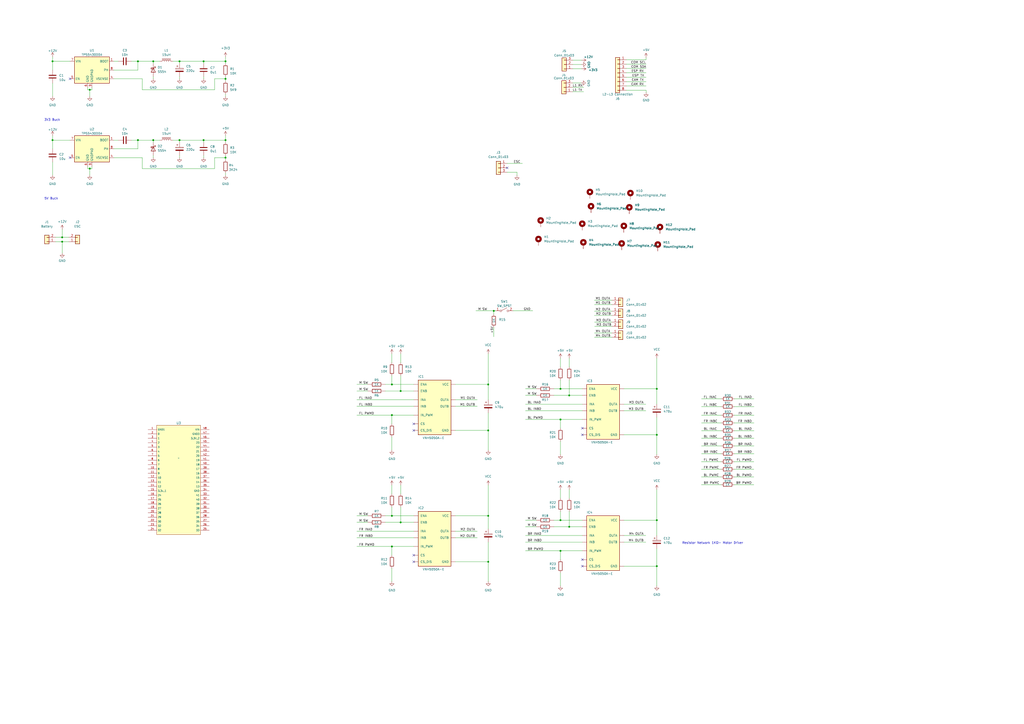
<source format=kicad_sch>
(kicad_sch (version 20230121) (generator eeschema)
  (paper "A2")
  (title_block (company "Sentinels Robotics"))
  (junction (at 130.81 81.28))
  (junction (at 88.9 81.28))
  (junction (at 381 328.422))
  (junction (at 381 225.552))
  (junction (at 36.068 137.668))
  (junction (at 88.9 35.56))
  (junction (at 381 301.752))
  (junction (at 283.21 249.682))
  (junction (at 286.439 180.3278))
  (junction (at 104.14 35.56))
  (junction (at 330.2 229.362))
  (junction (at 227.33 316.992))
  (junction (at 232.41 303.022))
  (junction (at 130.81 35.56))
  (junction (at 325.12 225.552))
  (junction (at 30.48 35.56))
  (junction (at 30.48 81.28))
  (junction (at 381 252.222))
  (junction (at 325.12 319.532))
  (junction (at 130.81 45.72))
  (junction (at 52.07 52.07))
  (junction (at 283.21 299.212))
  (junction (at 130.81 91.44))
  (junction (at 52.07 97.79))
  (junction (at 330.2 305.562))
  (junction (at 227.33 223.012))
  (junction (at 283.21 325.882))
  (junction (at 227.33 240.792))
  (junction (at 325.12 301.752))
  (junction (at 325.12 243.332))
  (junction (at 36.068 140.208))
  (junction (at 227.33 299.212))
  (junction (at 80.01 81.28))
  (junction (at 283.21 223.012))
  (junction (at 118.11 81.28))
  (junction (at 118.11 35.56))
  (junction (at 104.14 81.28))
  (junction (at 80.01 35.56))
  (junction (at 232.41 226.822))
  (no_connect (at 294.1832 97.3708))
  (no_connect (at 240.03 322.072))
  (no_connect (at 337.82 328.422))
  (no_connect (at 40.64 45.72))
  (no_connect (at 337.82 252.222))
  (no_connect (at 240.03 325.882))
  (no_connect (at 240.03 245.872))
  (no_connect (at 240.03 249.682))
  (no_connect (at 337.82 324.612))
  (no_connect (at 40.64 91.44))
  (no_connect (at 337.82 248.412))
  (wire (pts (xy 104.14 44.45) (xy 104.14 45.72)))
  (wire (pts (xy 344.8011 183.007) (xy 354.965 183.007)))
  (wire (pts (xy 264.16 231.902) (xy 276.86 231.902)))
  (wire (pts (xy 30.48 93.98) (xy 30.48 101.6)))
  (wire (pts (xy 325.12 319.532) (xy 337.82 319.532)))
  (wire (pts (xy 283.21 299.212) (xy 283.21 306.832)))
  (wire (pts (xy 36.068 140.208) (xy 36.068 146.812)))
  (wire (pts (xy 36.068 133.096) (xy 36.068 137.668)))
  (wire (pts (xy 354.965 180.467) (xy 344.7857 180.467)))
  (wire (pts (xy 381 242.062) (xy 381 252.222)))
  (wire (pts (xy 118.11 81.28) (xy 118.11 82.55)))
  (wire (pts (xy 374.7472 34.6355) (xy 363.3511 34.6355)))
  (wire (pts (xy 30.48 81.28) (xy 30.48 86.36)))
  (wire (pts (xy 374.7811 47.3355) (xy 363.3511 47.3355)))
  (wire (pts (xy 406.9086 235.8354) (xy 418.3386 235.8354)))
  (wire (pts (xy 344.805 176.657) (xy 354.965 176.657)))
  (wire (pts (xy 50.8 97.79) (xy 52.07 97.79)))
  (wire (pts (xy 325.12 225.552) (xy 337.82 225.552)))
  (wire (pts (xy 52.07 55.88) (xy 52.07 52.07)))
  (wire (pts (xy 53.34 97.79) (xy 52.07 97.79)))
  (wire (pts (xy 264.16 249.682) (xy 283.21 249.682)))
  (wire (pts (xy 130.81 78.74) (xy 130.81 81.28)))
  (wire (pts (xy 406.8401 267.7839) (xy 418.2701 267.7839)))
  (wire (pts (xy 374.7811 37.1755) (xy 363.3511 37.1755)))
  (wire (pts (xy 406.8401 272.2289) (xy 418.2701 272.2289)))
  (wire (pts (xy 232.41 205.232) (xy 232.41 210.312)))
  (wire (pts (xy 325.12 243.332) (xy 325.12 248.412)))
  (wire (pts (xy 381 283.972) (xy 381 301.752)))
  (wire (pts (xy 332.3403 37.411) (xy 337.2208 37.411)))
  (wire (pts (xy 88.9 81.28) (xy 88.9 82.55)))
  (wire (pts (xy 406.8401 276.6739) (xy 418.2701 276.6739)))
  (wire (pts (xy 437.3201 281.1189) (xy 425.8901 281.1189)))
  (wire (pts (xy 36.068 140.208) (xy 39.878 140.208)))
  (wire (pts (xy 227.33 217.932) (xy 227.33 223.012)))
  (wire (pts (xy 363.3511 52.4155) (xy 374.7811 52.4155)))
  (wire (pts (xy 227.33 240.792) (xy 240.03 240.792)))
  (wire (pts (xy 130.81 100.33) (xy 130.81 101.6)))
  (wire (pts (xy 66.04 45.72) (xy 82.55 45.72)))
  (wire (pts (xy 66.04 40.64) (xy 80.01 40.64)))
  (wire (pts (xy 130.81 44.45) (xy 130.81 45.72)))
  (wire (pts (xy 232.41 294.132) (xy 232.41 303.022)))
  (wire (pts (xy 304.8 314.452) (xy 337.82 314.452)))
  (wire (pts (xy 124.46 45.72) (xy 130.81 45.72)))
  (wire (pts (xy 297.6393 180.3278) (xy 309.0693 180.3278)))
  (wire (pts (xy 82.55 91.44) (xy 82.55 97.79)))
  (wire (pts (xy 330.2 207.772) (xy 330.2 212.852)))
  (wire (pts (xy 53.34 50.8) (xy 53.34 52.07)))
  (wire (pts (xy 207.01 235.712) (xy 240.03 235.712)))
  (wire (pts (xy 66.04 86.36) (xy 80.01 86.36)))
  (wire (pts (xy 381 225.552) (xy 381 234.442)))
  (wire (pts (xy 283.21 281.432) (xy 283.21 299.212)))
  (wire (pts (xy 207.01 231.902) (xy 240.03 231.902)))
  (wire (pts (xy 104.14 81.28) (xy 118.11 81.28)))
  (wire (pts (xy 207.01 226.822) (xy 213.36 226.822)))
  (wire (pts (xy 304.8 243.332) (xy 325.12 243.332)))
  (wire (pts (xy 361.95 252.222) (xy 381 252.222)))
  (wire (pts (xy 437.3886 254.2504) (xy 425.9586 254.2504)))
  (wire (pts (xy 82.55 97.79) (xy 124.46 97.79)))
  (wire (pts (xy 283.21 223.012) (xy 283.21 231.902)))
  (wire (pts (xy 354.965 189.357) (xy 344.9183 189.357)))
  (wire (pts (xy 50.8 52.07) (xy 52.07 52.07)))
  (wire (pts (xy 53.34 96.52) (xy 53.34 97.79)))
  (wire (pts (xy 76.2 35.56) (xy 80.01 35.56)))
  (wire (pts (xy 381 301.752) (xy 381 310.642)))
  (wire (pts (xy 283.21 205.232) (xy 283.21 223.012)))
  (wire (pts (xy 130.81 54.61) (xy 130.81 55.88)))
  (wire (pts (xy 325.12 207.772) (xy 325.12 212.852)))
  (wire (pts (xy 304.8 229.362) (xy 311.15 229.362)))
  (wire (pts (xy 374.7811 52.4155) (xy 374.7811 53.6855)))
  (wire (pts (xy 286.4381 193.3172) (xy 286.439 195.3528)))
  (wire (pts (xy 104.14 90.17) (xy 104.14 91.44)))
  (wire (pts (xy 130.81 45.72) (xy 130.81 46.99)))
  (wire (pts (xy 283.21 314.452) (xy 283.21 325.882)))
  (wire (pts (xy 332.1852 48.1223) (xy 337.0657 48.1223)))
  (wire (pts (xy 330.2 296.672) (xy 330.2 305.562)))
  (wire (pts (xy 330.2 283.972) (xy 330.2 289.052)))
  (wire (pts (xy 321.31 305.562) (xy 330.2 305.562)))
  (wire (pts (xy 286.439 189.8429) (xy 286.4381 193.3172)))
  (wire (pts (xy 406.9086 231.3904) (xy 418.3386 231.3904)))
  (wire (pts (xy 130.81 35.56) (xy 130.81 36.83)))
  (wire (pts (xy 304.8 310.642) (xy 337.82 310.642)))
  (wire (pts (xy 207.01 311.912) (xy 240.03 311.912)))
  (wire (pts (xy 325.12 301.752) (xy 337.82 301.752)))
  (wire (pts (xy 227.33 329.692) (xy 227.33 337.312)))
  (wire (pts (xy 227.33 299.212) (xy 240.03 299.212)))
  (wire (pts (xy 330.2 220.472) (xy 330.2 229.362)))
  (wire (pts (xy 104.14 35.56) (xy 118.11 35.56)))
  (wire (pts (xy 66.04 35.56) (xy 68.58 35.56)))
  (wire (pts (xy 374.7811 49.8755) (xy 363.3511 49.8755)))
  (wire (pts (xy 299.8982 99.9108) (xy 294.1832 99.9108)))
  (wire (pts (xy 88.9 81.28) (xy 92.71 81.28)))
  (wire (pts (xy 66.04 81.28) (xy 68.58 81.28)))
  (wire (pts (xy 437.3201 272.2289) (xy 425.8901 272.2289)))
  (wire (pts (xy 437.3886 235.8354) (xy 425.9586 235.8354)))
  (wire (pts (xy 232.41 226.822) (xy 240.03 226.822)))
  (wire (pts (xy 227.33 205.232) (xy 227.33 210.312)))
  (wire (pts (xy 283.21 239.522) (xy 283.21 249.682)))
  (wire (pts (xy 344.8011 183.007) (xy 344.8011 183.0077)))
  (wire (pts (xy 82.55 45.72) (xy 82.55 52.07)))
  (wire (pts (xy 325.12 319.532) (xy 325.12 324.612)))
  (wire (pts (xy 50.8 96.52) (xy 50.8 97.79)))
  (wire (pts (xy 100.33 81.28) (xy 104.14 81.28)))
  (wire (pts (xy 100.33 35.56) (xy 104.14 35.56)))
  (wire (pts (xy 30.48 81.28) (xy 30.48 78.74)))
  (wire (pts (xy 118.11 81.28) (xy 130.81 81.28)))
  (wire (pts (xy 227.33 240.792) (xy 227.33 245.872)))
  (wire (pts (xy 325.12 283.972) (xy 325.12 289.052)))
  (wire (pts (xy 264.16 299.212) (xy 283.21 299.212)))
  (wire (pts (xy 66.04 91.44) (xy 82.55 91.44)))
  (wire (pts (xy 344.805 195.707) (xy 354.965 195.707)))
  (wire (pts (xy 325.12 243.332) (xy 337.82 243.332)))
  (wire (pts (xy 406.8401 281.1189) (xy 418.2701 281.1189)))
  (wire (pts (xy 30.48 35.56) (xy 30.48 33.02)))
  (wire (pts (xy 406.9086 263.1404) (xy 418.3386 263.1404)))
  (wire (pts (xy 104.14 35.56) (xy 104.14 36.83)))
  (wire (pts (xy 437.3886 245.3604) (xy 425.9586 245.3604)))
  (wire (pts (xy 361.95 234.442) (xy 374.65 234.442)))
  (wire (pts (xy 330.2 305.562) (xy 337.82 305.562)))
  (wire (pts (xy 437.3201 276.6739) (xy 425.8901 276.6739)))
  (wire (pts (xy 223.52 299.212) (xy 227.33 299.212)))
  (wire (pts (xy 406.9086 245.3604) (xy 418.3386 245.3604)))
  (wire (pts (xy 232.41 281.432) (xy 232.41 286.512)))
  (wire (pts (xy 361.95 310.642) (xy 374.65 310.642)))
  (wire (pts (xy 283.21 325.882) (xy 283.21 337.312)))
  (wire (pts (xy 30.48 35.56) (xy 40.64 35.56)))
  (wire (pts (xy 80.01 81.28) (xy 88.9 81.28)))
  (wire (pts (xy 80.01 35.56) (xy 88.9 35.56)))
  (wire (pts (xy 130.81 90.17) (xy 130.81 91.44)))
  (wire (pts (xy 36.068 137.668) (xy 39.878 137.668)))
  (wire (pts (xy 337.3689 39.951) (xy 332.3403 39.951)))
  (wire (pts (xy 82.55 52.07) (xy 124.46 52.07)))
  (wire (pts (xy 381 207.772) (xy 381 225.552)))
  (wire (pts (xy 32.258 140.208) (xy 36.068 140.208)))
  (wire (pts (xy 227.33 281.432) (xy 227.33 286.512)))
  (wire (pts (xy 227.33 316.992) (xy 227.33 322.072)))
  (wire (pts (xy 207.01 223.012) (xy 213.36 223.012)))
  (wire (pts (xy 374.7811 44.7955) (xy 363.3511 44.7955)))
  (wire (pts (xy 361.95 314.452) (xy 374.65 314.452)))
  (wire (pts (xy 80.01 86.36) (xy 80.01 81.28)))
  (wire (pts (xy 406.9086 258.6954) (xy 418.3386 258.6954)))
  (wire (pts (xy 88.9 35.56) (xy 92.71 35.56)))
  (wire (pts (xy 227.33 253.492) (xy 227.33 261.112)))
  (wire (pts (xy 227.33 223.012) (xy 240.03 223.012)))
  (wire (pts (xy 325.12 332.232) (xy 325.12 339.852)))
  (wire (pts (xy 286.439 180.3278) (xy 287.4793 180.3278)))
  (wire (pts (xy 232.41 217.932) (xy 232.41 226.822)))
  (wire (pts (xy 361.95 238.252) (xy 374.65 238.252)))
  (wire (pts (xy 325.12 296.672) (xy 325.12 301.752)))
  (wire (pts (xy 437.3886 249.8054) (xy 425.9586 249.8054)))
  (wire (pts (xy 223.52 303.022) (xy 232.41 303.022)))
  (wire (pts (xy 52.07 101.6) (xy 52.07 97.79)))
  (wire (pts (xy 207.01 308.102) (xy 240.03 308.102)))
  (wire (pts (xy 264.16 311.912) (xy 276.86 311.912)))
  (wire (pts (xy 207.01 299.212) (xy 213.36 299.212)))
  (wire (pts (xy 88.9 35.56) (xy 88.9 36.83)))
  (wire (pts (xy 223.52 223.012) (xy 227.33 223.012)))
  (wire (pts (xy 304.8 319.532) (xy 325.12 319.532)))
  (wire (pts (xy 344.805 174.117) (xy 354.965 174.117)))
  (wire (pts (xy 286.439 180.3278) (xy 276.0493 180.3278)))
  (wire (pts (xy 321.31 229.362) (xy 330.2 229.362)))
  (wire (pts (xy 294.1832 94.8308) (xy 303.0732 94.8308)))
  (wire (pts (xy 321.31 225.552) (xy 325.12 225.552)))
  (wire (pts (xy 207.01 240.792) (xy 227.33 240.792)))
  (wire (pts (xy 30.48 48.26) (xy 30.48 55.88)))
  (wire (pts (xy 207.01 303.022) (xy 213.36 303.022)))
  (wire (pts (xy 88.9 90.17) (xy 88.9 91.44)))
  (wire (pts (xy 330.2 229.362) (xy 337.82 229.362)))
  (wire (pts (xy 36.068 137.668) (xy 32.258 137.668)))
  (wire (pts (xy 88.9 44.45) (xy 88.9 45.72)))
  (wire (pts (xy 381 252.222) (xy 381 263.652)))
  (wire (pts (xy 130.81 91.44) (xy 130.81 92.71)))
  (wire (pts (xy 304.8 225.552) (xy 311.15 225.552)))
  (wire (pts (xy 325.12 220.472) (xy 325.12 225.552)))
  (wire (pts (xy 283.21 249.682) (xy 283.21 261.112)))
  (wire (pts (xy 361.95 328.422) (xy 381 328.422)))
  (wire (pts (xy 304.8 238.252) (xy 337.82 238.252)))
  (wire (pts (xy 124.46 91.44) (xy 130.81 91.44)))
  (wire (pts (xy 332.1852 53.2023) (xy 338.5819 53.2023)))
  (wire (pts (xy 264.16 223.012) (xy 283.21 223.012)))
  (wire (pts (xy 104.14 81.28) (xy 104.14 82.55)))
  (wire (pts (xy 437.3886 231.3904) (xy 425.9586 231.3904)))
  (wire (pts (xy 437.3886 240.9154) (xy 425.9586 240.9154)))
  (wire (pts (xy 264.16 308.102) (xy 276.86 308.102)))
  (wire (pts (xy 30.48 81.28) (xy 40.64 81.28)))
  (wire (pts (xy 118.11 35.56) (xy 118.11 36.83)))
  (wire (pts (xy 50.8 50.8) (xy 50.8 52.07)))
  (wire (pts (xy 437.3886 263.1404) (xy 425.9586 263.1404)))
  (wire (pts (xy 332.1852 50.6623) (xy 338.5819 50.6623)))
  (wire (pts (xy 118.11 44.45) (xy 118.11 45.72)))
  (wire (pts (xy 53.34 52.07) (xy 52.07 52.07)))
  (wire (pts (xy 299.8982 101.8158) (xy 299.8982 99.9108)))
  (wire (pts (xy 437.3201 267.7839) (xy 425.8901 267.7839)))
  (wire (pts (xy 406.9086 249.8054) (xy 418.3386 249.8054)))
  (wire (pts (xy 304.8 301.752) (xy 311.15 301.752)))
  (wire (pts (xy 344.805 193.167) (xy 354.965 193.167)))
  (wire (pts (xy 124.46 52.07) (xy 124.46 45.72)))
  (wire (pts (xy 304.8 234.442) (xy 337.82 234.442)))
  (wire (pts (xy 232.41 303.022) (xy 240.03 303.022)))
  (wire (pts (xy 437.3886 258.6954) (xy 425.9586 258.6954)))
  (wire (pts (xy 381 328.422) (xy 381 339.852)))
  (wire (pts (xy 337.3689 34.871) (xy 332.3403 34.871)))
  (wire (pts (xy 264.16 235.712) (xy 276.86 235.712)))
  (wire (pts (xy 223.52 226.822) (xy 232.41 226.822)))
  (wire (pts (xy 325.12 256.032) (xy 325.12 263.652)))
  (wire (pts (xy 118.11 90.17) (xy 118.11 91.44)))
  (wire (pts (xy 381 318.262) (xy 381 328.422)))
  (wire (pts (xy 406.9086 240.9154) (xy 418.3386 240.9154)))
  (wire (pts (xy 361.95 301.752) (xy 381 301.752)))
  (wire (pts (xy 374.7472 33.3939) (xy 374.7472 34.6355)))
  (wire (pts (xy 76.2 81.28) (xy 80.01 81.28)))
  (wire (pts (xy 227.33 316.992) (xy 240.03 316.992)))
  (wire (pts (xy 361.95 225.552) (xy 381 225.552)))
  (wire (pts (xy 374.7811 39.7155) (xy 363.3511 39.7155)))
  (wire (pts (xy 406.9086 254.2504) (xy 418.3386 254.2504)))
  (wire (pts (xy 374.7811 42.2555) (xy 363.3511 42.2555)))
  (wire (pts (xy 80.01 40.64) (xy 80.01 35.56)))
  (wire (pts (xy 130.81 81.28) (xy 130.81 82.55)))
  (wire (pts (xy 304.8 305.562) (xy 311.15 305.562)))
  (wire (pts (xy 118.11 35.56) (xy 130.81 35.56)))
  (wire (pts (xy 30.48 35.56) (xy 30.48 40.64)))
  (wire (pts (xy 130.81 33.02) (xy 130.81 35.56)))
  (wire (pts (xy 227.33 294.132) (xy 227.33 299.212)))
  (wire (pts (xy 207.01 316.992) (xy 227.33 316.992)))
  (wire (pts (xy 264.16 325.882) (xy 283.21 325.882)))
  (wire (pts (xy 354.965 186.817) (xy 344.8765 186.817)))
  (wire (pts (xy 321.31 301.752) (xy 325.12 301.752)))
  (wire (pts (xy 124.46 97.79) (xy 124.46 91.44)))
  (wire (pts (xy 286.439 180.3278) (xy 286.439 182.2229)))
  (text "Resistor Network 1KΩ- Motor Driver" (at 395.7003 315.7973 0) (effects (font (size 1.27 1.27)) (justify left bottom)))
  (text "5V Buck" (at 25.7137 115.996 0) (effects (font (size 1.27 1.27)) (justify left bottom)))
  (text "3V3 Buck" (at 25.654 70.358 0) (effects (font (size 1.27 1.27)) (justify left bottom)))
  (label "BL INAC" (at 408.1786 249.8054 0))
  (label "FR INBD" (at 208.28 311.912 0))
  (label "BL PWMD" (at 436.0501 276.6739 180))
  (label "BL INBD" (at 306.07 238.252 0))
  (label "M3 OUTA" (at 345.7908 186.817 0))
  (label "FR INAD" (at 208.28 308.102 0))
  (label "FR PWMD" (at 208.28 316.992 0))
  (label "M SW" (at 306.07 225.552 0))
  (label "M3 OUTA" (at 373.38 234.442 180))
  (label "M2 OUTB" (at 275.59 311.912 180))
  (label "M2 OUTA" (at 275.59 308.102 180))
  (label "BR PWMC" (at 408.1101 281.1189 0))
  (label "FR PWMC" (at 408.1101 272.2289 0))
  (label "M SW" (at 208.28 223.012 0))
  (label "BR PWMD" (at 436.0501 281.1189 180))
  (label "M2 OUTB" (at 345.6449 183.007 0))
  (label "COM SCL" (at 365.9775 37.1755 0))
  (label "BR INAD" (at 436.1186 258.6954 180))
  (label "FR PWMD" (at 436.0501 272.2289 180))
  (label "M3 OUTB" (at 373.38 238.252 180))
  (label "CAM TX" (at 373.5111 47.3355 180))
  (label "BR INBD" (at 436.1186 263.1404 180))
  (label "M SW" (at 306.07 301.752 0))
  (label "FL INBD" (at 208.28 235.712 0))
  (label "M1 OUTA" (at 275.59 231.902 180))
  (label "BR INAD" (at 306.07 310.642 0))
  (label "FR INAC" (at 408.1786 240.9154 0))
  (label "FR INAD" (at 436.1186 240.9154 180))
  (label "FL INAD" (at 436.1186 231.3904 180))
  (label "M1 OUTA" (at 345.44 174.117 0))
  (label "M4 OUTB" (at 345.44 195.707 0))
  (label "M SW" (at 306.07 305.562 0))
  (label "BL PWMC" (at 408.1101 276.6739 0))
  (label "L1 RX" (at 332.1852 50.6623 0))
  (label "FL PWMC" (at 408.1101 267.7839 0))
  (label "FL INAD" (at 208.28 231.902 0))
  (label "BR INBC" (at 408.1786 263.1404 0))
  (label "M4 OUTA" (at 345.44 193.167 0))
  (label "M SW" (at 306.07 229.362 0))
  (label "BR INBD" (at 306.07 314.452 0))
  (label "CAM RX" (at 373.5111 49.8755 180))
  (label "M4 OUTA" (at 373.38 310.642 180))
  (label "ESP RX" (at 373.5111 42.2555 180))
  (label "M SW" (at 208.28 226.822 0))
  (label "L1 TX" (at 332.1852 53.2023 0))
  (label "BL INAD" (at 306.07 234.442 0))
  (label "FL PWMD" (at 436.0501 267.7839 180))
  (label "FL INAC" (at 408.1786 231.3904 0))
  (label "FR INBD" (at 436.1186 245.3604 180))
  (label "BR PWMD" (at 306.07 319.532 0))
  (label "M SW" (at 208.28 303.022 0))
  (label "BL PWMD" (at 306.07 243.332 0))
  (label "+5V" (at 286.4381 193.3172 90))
  (label "FR INBC" (at 408.1786 245.3604 0))
  (label "M SW" (at 277.3193 180.3278 0))
  (label "M1 OUTB" (at 275.59 235.712 180))
  (label "M3 OUTB" (at 345.918 189.357 0))
  (label "ESC" (at 297.9932 94.8308 0))
  (label "BR INAC" (at 408.1786 258.6954 0))
  (label "BL INBD" (at 436.1186 254.2504 180))
  (label "BL INBC" (at 408.1786 254.2504 0))
  (label "FL PWMD" (at 208.28 240.792 0))
  (label "BL INAD" (at 436.1186 249.8054 180))
  (label "M2 OUTA" (at 345.5283 180.467 0))
  (label "ESP TX" (at 366.7214 44.7955 0))
  (label "FL INBC" (at 408.1786 235.8354 0))
  (label "M1 OUTB" (at 345.44 176.657 0))
  (label "COM SDA" (at 366.0487 39.7155 0))
  (label "M SW" (at 208.28 299.212 0))
  (label "GND" (at 307.7993 180.3278 180))
  (label "FL INBD" (at 436.1186 235.8354 180))
  (label "M4 OUTB" (at 373.38 314.452 180))
  (symbol (lib_id "power:+5V") (at 130.81 78.74 0) (unit 1)
    (property "Reference" "#PWR017" (effects hide))
    (property "Value" "+5V" (at 130.81 74.422 0))
  )
  (symbol (lib_id "Device:C_Polarized") (at 104.14 40.64 0) (unit 1)
    (property "Reference" "C5" (at 107.95 38.481 0) (effects (justify left)))
    (property "Value" "220u" (at 107.95 41.021 0) (effects (justify left)))
    (property "Footprint" "2024l2:EIA-7343-D" (effects hide))
  )
  (symbol (lib_id "power:GND") (at 325.12 263.652 0) (unit 1)
    (property "Reference" "#PWR031" (effects hide))
    (property "Value" "GND" (at 325.12 268.732 0))
  )
  (symbol (lib_id "power:+5V") (at 330.2 283.972 0) (unit 1)
    (property "Reference" "#PWR035" (effects hide))
    (property "Value" "+5V" (at 330.2 279.527 0))
  )
  (symbol (lib_id "power:GND") (at 299.8982 101.8158 0) (mirror y) (unit 1)
    (property "Reference" "#PWR029" (effects hide))
    (property "Value" "GND" (at 299.8982 106.8958 0))
  )
  (symbol (lib_id "power:+12V") (at 30.48 33.02 0) (unit 1)
    (property "Reference" "#PWR01" (effects hide))
    (property "Value" "+12V" (at 30.48 29.4485 0))
  )
  (symbol (lib_id "Device:C") (at 72.39 81.28 90) (unit 1)
    (property "Reference" "C4" (at 72.39 74.93 90))
    (property "Value" "10n" (at 72.39 77.47 90))
    (property "Footprint" "2024l2:cap0603" (effects hide))
  )
  (symbol (lib_id "Device:R") (at 422.1486 231.3904 90) (unit 1)
    (property "Reference" "R30" (at 422.1486 229.4854 90))
    (property "Value" "1K" (at 422.1486 231.3904 90))
    (property "Footprint" "2024l2:res0603" (effects hide))
  )
  (symbol (lib_id "Device:C_Polarized") (at 381 238.252 0) (unit 1)
    (property "Reference" "C11" (at 384.81 236.0929 0) (effects (justify left)))
    (property "Value" "470u" (at 384.81 238.6329 0) (effects (justify left)))
    (property "Footprint" "Capacitor_SMD:CP_Elec_10x12.5" (effects hide))
  )
  (symbol (lib_id "Mechanical:MountingHole_Pad") (at 365.0639 121.5193 0) (unit 1)
    (property "Reference" "H9" (at 368.2389 118.9792 0) (effects (justify left)))
    (property "Value" "MountingHole_Pad" (at 368.2389 121.5192 0) (effects (justify left)))
    (property "Footprint" "MountingHole:MountingHole_3.2mm_M3_Pad_Via" (effects hide))
  )
  (symbol (lib_id "power:GND") (at 118.11 91.44 0) (unit 1)
    (property "Reference" "#PWR014" (effects hide))
    (property "Value" "GND" (at 118.11 96.52 0))
  )
  (symbol (lib_id "Device:R") (at 422.0801 281.1189 90) (unit 1)
    (property "Reference" "R29" (at 422.0801 279.2139 90))
    (property "Value" "1K" (at 422.0801 281.1189 90))
    (property "Footprint" "2024l2:res0603" (effects hide))
  )
  (symbol (lib_id "Device:R") (at 422.0801 272.2289 90) (unit 1)
    (property "Reference" "R27" (at 422.0801 270.3239 90))
    (property "Value" "1K" (at 422.0801 272.2289 90))
    (property "Footprint" "2024l2:res0603" (effects hide))
  )
  (symbol (lib_id "Device:R") (at 227.33 249.682 0) (mirror y) (unit 1)
    (property "Reference" "R10" (at 224.79 248.4119 0) (effects (justify left)))
    (property "Value" "10K" (at 224.79 250.9519 0) (effects (justify left)))
    (property "Footprint" "2024l2:res0603" (effects hide))
  )
  (symbol (lib_id "power:GND") (at 88.9 91.44 0) (unit 1)
    (property "Reference" "#PWR010" (effects hide))
    (property "Value" "GND" (at 88.9 96.52 0))
  )
  (symbol (lib_id "power:GND") (at 283.21 337.312 0) (unit 1)
    (property "Reference" "#PWR028" (effects hide))
    (property "Value" "GND" (at 283.21 342.392 0))
  )
  (symbol (lib_id "Device:C") (at 30.48 44.45 0) (unit 1)
    (property "Reference" "C1" (at 34.29 43.815 0) (effects (justify left)))
    (property "Value" "10u" (at 34.29 46.355 0) (effects (justify left)))
    (property "Footprint" "2024l2:cap0603" (effects hide))
  )
  (symbol (lib_id "power:GND") (at 36.068 146.812 0) (unit 1)
    (property "Reference" "#PWR06" (effects hide))
    (property "Value" "GND" (at 36.068 151.257 0))
  )
  (symbol (lib_id "power:+5V") (at 227.33 205.232 0) (unit 1)
    (property "Reference" "#PWR019" (effects hide))
    (property "Value" "+5V" (at 227.33 200.787 0))
  )
  (symbol (lib_id "power:VCC") (at 381 283.972 0) (unit 1)
    (property "Reference" "#PWR044" (effects hide))
    (property "Value" "VCC" (at 381 278.892 0))
  )
  (symbol (lib_id "power:GND") (at 118.11 45.72 0) (unit 1)
    (property "Reference" "#PWR013" (effects hide))
    (property "Value" "GND" (at 118.11 50.8 0))
  )
  (symbol (lib_id "power:GND") (at 381 339.852 0) (unit 1)
    (property "Reference" "#PWR045" (effects hide))
    (property "Value" "GND" (at 381 344.932 0))
  )
  (symbol (lib_id "power:GND") (at 227.33 337.312 0) (unit 1)
    (property "Reference" "#PWR022" (effects hide))
    (property "Value" "GND" (at 227.33 342.392 0))
  )
  (symbol (lib_id "Device:C") (at 30.48 90.17 0) (unit 1)
    (property "Reference" "C2" (at 34.29 89.535 0) (effects (justify left)))
    (property "Value" "10u" (at 34.29 92.075 0) (effects (justify left)))
    (property "Footprint" "2024l2:cap0603" (effects hide))
  )
  (symbol (lib_id "power:GND") (at 283.21 261.112 0) (unit 1)
    (property "Reference" "#PWR026" (effects hide))
    (property "Value" "GND" (at 283.21 266.192 0))
  )
  (symbol (lib_id "power:GND") (at 374.7811 53.6855 0) (unit 1)
    (property "Reference" "#PWR041" (effects hide))
    (property "Value" "GND" (at 374.7811 58.1305 0))
  )
  (symbol (lib_id "power:+12V") (at 337.3689 34.871 270) (unit 1)
    (property "Reference" "#PWR038" (effects hide))
    (property "Value" "+12V" (at 338.6653 33.0267 90) (effects (justify left)))
  )
  (symbol (lib_id "Device:R") (at 422.1486 263.1404 90) (unit 1)
    (property "Reference" "R37" (at 422.1486 261.2354 90))
    (property "Value" "1K" (at 422.1486 263.1404 90))
    (property "Footprint" "2024l2:res0603" (effects hide))
  )
  (symbol (lib_id "Mechanical:MountingHole_Pad") (at 382.8439 132.9493 0) (unit 1)
    (property "Reference" "H12" (at 386.0189 130.4092 0) (effects (justify left)))
    (property "Value" "MountingHole_Pad" (at 386.0189 132.9492 0) (effects (justify left)))
    (property "Footprint" "MountingHole:MountingHole_3.2mm_M3_Pad_Via" (effects hide))
  )
  (symbol (lib_id "power:GND") (at 227.33 261.112 0) (unit 1)
    (property "Reference" "#PWR020" (effects hide))
    (property "Value" "GND" (at 227.33 266.192 0))
  )
  (symbol (lib_id "Device:R") (at 232.41 214.122 0) (unit 1)
    (property "Reference" "R13" (at 234.95 212.8519 0) (effects (justify left)))
    (property "Value" "10K" (at 234.95 215.3919 0) (effects (justify left)))
    (property "Footprint" "2024l2:res0603" (effects hide))
  )
  (symbol (lib_id "Connector_Generic:Conn_01x03") (at 289.1032 97.3708 0) (mirror y) (unit 1)
    (property "Reference" "J3" (at 289.1032 88.4808 0))
    (property "Value" "Conn_01x03" (at 289.1032 91.0208 0))
    (property "Footprint" "Connector_PinSocket_2.54mm:PinSocket_1x03_P2.54mm_Vertical" (effects hide))
  )
  (symbol (lib_id "power:GND") (at 52.07 55.88 0) (unit 1)
    (property "Reference" "#PWR07" (effects hide))
    (property "Value" "GND" (at 52.07 60.96 0))
  )
  (symbol (lib_id "power:+5V") (at 330.2 207.772 0) (unit 1)
    (property "Reference" "#PWR034" (effects hide))
    (property "Value" "+5V" (at 330.2 203.327 0))
  )
  (symbol (lib_id "Device:R") (at 227.33 214.122 0) (mirror y) (unit 1)
    (property "Reference" "R9" (at 224.79 212.8519 0) (effects (justify left)))
    (property "Value" "10K" (at 224.79 215.3919 0) (effects (justify left)))
    (property "Footprint" "2024l2:res0603" (effects hide))
  )
  (symbol (lib_id "Device:R") (at 130.81 50.8 0) (unit 1)
    (property "Reference" "R2" (at 133.35 49.5299 0) (effects (justify left)))
    (property "Value" "5K9" (at 133.35 52.0699 0) (effects (justify left)))
    (property "Footprint" "2024l2:res0603" (effects hide))
  )
  (symbol (lib_id "Mechanical:MountingHole_Pad") (at 312.3589 139.9343 0) (unit 1)
    (property "Reference" "H1" (at 315.5339 137.3942 0) (effects (justify left)))
    (property "Value" "MountingHole_Pad" (at 315.5339 139.9342 0) (effects (justify left)))
    (property "Footprint" "MountingHole:MountingHole_3.2mm_M3_Pad_Via" (effects hide))
  )
  (symbol (lib_id "Device:R") (at 286.439 186.0329 0) (unit 1)
    (property "Reference" "R15" (at 289.3843 185.3979 0) (effects (justify left)))
    (property "Value" "1K" (at 286.4666 187.2844 90) (effects (justify left)))
    (property "Footprint" "2024l2:res0603" (effects hide))
  )
  (symbol (lib_id "power:GND") (at 52.07 101.6 0) (unit 1)
    (property "Reference" "#PWR08" (effects hide))
    (property "Value" "GND" (at 52.07 106.68 0))
  )
  (symbol (lib_id "vincent:R") (at 218.44 226.822 0) (mirror x) (unit 1)
    (property "Reference" "R6" (at 218.44 229.362 0))
    (property "Value" "1K" (at 218.44 226.822 0))
    (property "Footprint" "2024l2:res0603" (effects hide))
  )
  (symbol (lib_id "Device:R") (at 422.1486 235.8354 90) (unit 1)
    (property "Reference" "R31" (at 422.1486 233.9304 90))
    (property "Value" "1K" (at 422.1486 235.8354 90))
    (property "Footprint" "2024l2:res0603" (effects hide))
  )
  (symbol (lib_id "Device:R") (at 330.2 216.662 0) (unit 1)
    (property "Reference" "R24" (at 332.74 215.3919 0) (effects (justify left)))
    (property "Value" "10K" (at 332.74 217.9319 0) (effects (justify left)))
    (property "Footprint" "2024l2:res0603" (effects hide))
  )
  (symbol (lib_id "Mechanical:MountingHole_Pad") (at 365.6989 113.2643 0) (unit 1)
    (property "Reference" "H10" (at 368.8739 110.7242 0) (effects (justify left)))
    (property "Value" "MountingHole_Pad" (at 368.8739 113.2642 0) (effects (justify left)))
    (property "Footprint" "MountingHole:MountingHole_3.2mm_M3_Pad_Via" (effects hide))
  )
  (symbol (lib_id "power:+12V") (at 36.068 133.096 0) (unit 1)
    (property "Reference" "#PWR05" (effects hide))
    (property "Value" "+12V" (at 36.068 128.524 0))
  )
  (symbol (lib_id "Device:L_Iron") (at 96.52 35.56 90) (unit 1)
    (property "Reference" "L1" (at 96.52 29.21 90))
    (property "Value" "15uH" (at 96.52 31.75 90))
    (property "Footprint" "2024l2:0630 One Piece Inductor" (effects hide))
  )
  (symbol (lib_id "vincent:VNH5050A-E") (at 337.82 299.212 0) (unit 1)
    (property "Reference" "IC4" (at 340.36 297.942 0) (effects (justify left bottom)))
    (property "Value" "VNH5050A-E" (at 342.9 333.502 0) (effects (justify left bottom)))
    (property "Footprint" "2024l2:VNH5050AE" (effects hide))
    (property "Datasheet" "https://www.st.com/resource/en/datasheet/vnh5050a-e.pdf" (effects hide))
  )
  (symbol (lib_id "Device:C_Polarized") (at 104.14 86.36 0) (unit 1)
    (property "Reference" "C6" (at 107.95 84.201 0) (effects (justify left)))
    (property "Value" "220u" (at 107.95 86.741 0) (effects (justify left)))
    (property "Footprint" "2024l2:EIA-7343-D" (effects hide))
  )
  (symbol (lib_id "power:+3V3") (at 130.81 33.02 0) (unit 1)
    (property "Reference" "#PWR015" (effects hide))
    (property "Value" "+3V3" (at 130.81 27.94 0))
  )
  (symbol (lib_id "power:GND") (at 30.48 101.6 0) (unit 1)
    (property "Reference" "#PWR04" (effects hide))
    (property "Value" "GND" (at 30.48 106.68 0))
  )
  (symbol (lib_id "vincent:R") (at 218.44 299.212 0) (unit 1)
    (property "Reference" "R7" (at 218.44 296.672 0))
    (property "Value" "1K" (at 218.44 299.212 0))
    (property "Footprint" "2024l2:res0603" (effects hide))
  )
  (symbol (lib_id "power:+3V3") (at 337.3689 39.951 270) (unit 1)
    (property "Reference" "#PWR039" (effects hide))
    (property "Value" "+3V3" (at 341.364 40.586 90) (effects (justify left)))
  )
  (symbol (lib_id "vincent:VNH5050A-E") (at 337.82 223.012 0) (unit 1)
    (property "Reference" "IC3" (at 340.36 221.742 0) (effects (justify left bottom)))
    (property "Value" "VNH5050A-E" (at 342.9 257.302 0) (effects (justify left bottom)))
    (property "Footprint" "2024l2:VNH5050AE" (effects hide))
    (property "Datasheet" "https://www.st.com/resource/en/datasheet/vnh5050a-e.pdf" (effects hide))
  )
  (symbol (lib_id "Connector_Generic:Conn_01x02") (at 44.958 140.208 0) (mirror x) (unit 1)
    (property "Reference" "J2" (at 44.958 128.778 0))
    (property "Value" "ESC" (at 44.958 131.318 0))
    (property "Footprint" "2024l2:14 AWG" (effects hide))
  )
  (symbol (lib_id "Diode:B340") (at 88.9 40.64 270) (unit 1)
    (property "Reference" "D1" (at 91.44 39.0525 90) (effects (justify left)))
    (property "Value" "SS54" (at 91.44 41.5925 90) (effects (justify left)))
    (property "Footprint" "2024l2:SMA (DO-214AC)" (effects hide))
    (property "Datasheet" "http://www.jameco.com/Jameco/Products/ProdDS/1538777.pdf" (effects hide))
  )
  (symbol (lib_id "Connector_Generic:Conn_01x03") (at 327.2603 37.411 180) (unit 1)
    (property "Reference" "J5" (at 327.2603 29.5713 0))
    (property "Value" "Conn_01x03" (at 327.2603 32.1113 0))
    (property "Footprint" "Connector_JST:JST_XH_B3B-XH-A_1x03_P2.50mm_Vertical" (effects hide))
  )
  (symbol (lib_id "power:+5V") (at 374.7472 33.3939 0) (unit 1)
    (property "Reference" "#PWR040" (effects hide))
    (property "Value" "+5V" (at 374.7472 28.9489 0))
  )
  (symbol (lib_id "power:GND") (at 130.81 101.6 0) (unit 1)
    (property "Reference" "#PWR018" (effects hide))
    (property "Value" "GND" (at 130.81 106.68 0))
  )
  (symbol (lib_id "power:GND") (at 325.12 339.852 0) (unit 1)
    (property "Reference" "#PWR033" (effects hide))
    (property "Value" "GND" (at 325.12 344.932 0))
  )
  (symbol (lib_id "power:GND") (at 30.48 55.88 0) (unit 1)
    (property "Reference" "#PWR02" (effects hide))
    (property "Value" "GND" (at 30.48 60.96 0))
  )
  (symbol (lib_id "Device:R") (at 325.12 252.222 0) (mirror y) (unit 1)
    (property "Reference" "R21" (at 322.58 250.9519 0) (effects (justify left)))
    (property "Value" "10K" (at 322.58 253.4919 0) (effects (justify left)))
    (property "Footprint" "2024l2:res0603" (effects hide))
  )
  (symbol (lib_id "Device:R") (at 422.1486 240.9154 90) (unit 1)
    (property "Reference" "R32" (at 422.1486 239.0104 90))
    (property "Value" "1K" (at 422.1486 240.9154 90))
    (property "Footprint" "2024l2:res0603" (effects hide))
  )
  (symbol (lib_id "Connector_Generic:Conn_01x02") (at 360.045 180.467 0) (unit 1)
    (property "Reference" "J8" (at 363.22 180.4669 0) (effects (justify left)))
    (property "Value" "Conn_01x02" (at 363.22 183.0069 0) (effects (justify left)))
    (property "Footprint" "2024l2:AMASS_XT30-F" (effects hide))
  )
  (symbol (lib_id "Device:R") (at 422.1486 245.3604 90) (unit 1)
    (property "Reference" "R33" (at 422.1486 243.4554 90))
    (property "Value" "1K" (at 422.1486 245.3604 90))
    (property "Footprint" "2024l2:res0603" (effects hide))
  )
  (symbol (lib_id "Teensy 4.1:Teensy_4.1") (at 103.632 275.844 0) (unit 1)
    (property "Reference" "U3" (at 103.632 245.3997 0))
    (property "Value" "~" (at 103.632 265.684 0))
    (property "Footprint" "2024l2:Teensy 4.1 Modified" (effects hide))
  )
  (symbol (lib_id "power:GND") (at 104.14 91.44 0) (unit 1)
    (property "Reference" "#PWR012" (effects hide))
    (property "Value" "GND" (at 104.14 96.52 0))
  )
  (symbol (lib_id "Regulator_Switching:TPS5430DDA") (at 53.34 40.64 0) (unit 1)
    (property "Reference" "U1" (at 53.34 29.21 0))
    (property "Value" "TPS5430DDA" (at 53.34 31.75 0))
    (property "Footprint" "2024l2:TI_SO-PowerPAD-8" (effects hide))
    (property "Datasheet" "http://www.ti.com/lit/ds/symlink/tps5430.pdf" (effects hide))
  )
  (symbol (lib_id "Device:C_Polarized") (at 283.21 235.712 0) (unit 1)
    (property "Reference" "C9" (at 287.02 233.5529 0) (effects (justify left)))
    (property "Value" "470u" (at 287.02 236.0929 0) (effects (justify left)))
    (property "Footprint" "Capacitor_SMD:CP_Elec_10x12.5" (effects hide))
  )
  (symbol (lib_id "vincent:VNH5050A-E") (at 240.03 220.472 0) (unit 1)
    (property "Reference" "IC1" (at 242.57 219.202 0) (effects (justify left bottom)))
    (property "Value" "VNH5050A-E" (at 245.11 254.762 0) (effects (justify left bottom)))
    (property "Footprint" "2024l2:VNH5050AE" (effects hide))
    (property "Datasheet" "https://www.st.com/resource/en/datasheet/vnh5050a-e.pdf" (effects hide))
  )
  (symbol (lib_id "vincent:R") (at 316.23 225.552 0) (unit 1)
    (property "Reference" "R16" (at 316.23 223.012 0))
    (property "Value" "1K" (at 316.23 225.552 0))
    (property "Footprint" "2024l2:res0603" (effects hide))
  )
  (symbol (lib_id "Device:C_Polarized") (at 283.21 310.642 0) (unit 1)
    (property "Reference" "C10" (at 287.02 308.4829 0) (effects (justify left)))
    (property "Value" "470u" (at 287.02 311.0229 0) (effects (justify left)))
    (property "Footprint" "Capacitor_SMD:CP_Elec_10x12.5" (effects hide))
  )
  (symbol (lib_id "Device:R") (at 130.81 96.52 0) (unit 1)
    (property "Reference" "R4" (at 132.7423 95.885 0) (effects (justify left)))
    (property "Value" "3K24" (at 132.7423 98.425 0) (effects (justify left)))
    (property "Footprint" "2024l2:res0603" (effects hide))
  )
  (symbol (lib_id "Mechanical:MountingHole_Pad") (at 342.8389 120.8843 0) (unit 1)
    (property "Reference" "H6" (at 346.0139 118.3442 0) (effects (justify left)))
    (property "Value" "MountingHole_Pad" (at 346.0139 120.8842 0) (effects (justify left)))
    (property "Footprint" "MountingHole:MountingHole_3.2mm_M3_Pad_Via" (effects hide))
  )
  (symbol (lib_id "power:VCC") (at 381 207.772 0) (unit 1)
    (property "Reference" "#PWR042" (effects hide))
    (property "Value" "VCC" (at 381 202.692 0))
  )
  (symbol (lib_id "power:VCC") (at 283.21 205.232 0) (unit 1)
    (property "Reference" "#PWR025" (effects hide))
    (property "Value" "VCC" (at 283.21 200.152 0))
  )
  (symbol (lib_id "Device:C") (at 118.11 86.36 0) (unit 1)
    (property "Reference" "C8" (at 121.92 85.0899 0) (effects (justify left)))
    (property "Value" "0u1" (at 121.92 87.6299 0) (effects (justify left)))
    (property "Footprint" "2024l2:cap0603" (effects hide))
  )
  (symbol (lib_id "power:+5V") (at 232.41 205.232 0) (unit 1)
    (property "Reference" "#PWR023" (effects hide))
    (property "Value" "+5V" (at 232.41 200.787 0))
  )
  (symbol (lib_id "Connector_Generic:Conn_01x02") (at 27.178 140.208 180) (unit 1)
    (property "Reference" "J1" (at 27.178 128.778 0))
    (property "Value" "Battery" (at 27.178 131.318 0))
    (property "Footprint" "2024l2:14 AWG" (effects hide))
  )
  (symbol (lib_id "Mechanical:MountingHole_Pad") (at 313.6289 129.1393 0) (unit 1)
    (property "Reference" "H2" (at 316.8039 126.5992 0) (effects (justify left)))
    (property "Value" "MountingHole_Pad" (at 316.8039 129.1392 0) (effects (justify left)))
    (property "Footprint" "MountingHole:MountingHole_3.2mm_M3_Pad_Via" (effects hide))
  )
  (symbol (lib_id "power:+5V") (at 325.12 207.772 0) (unit 1)
    (property "Reference" "#PWR030" (effects hide))
    (property "Value" "+5V" (at 325.12 203.327 0))
  )
  (symbol (lib_id "Device:R") (at 325.12 216.662 0) (mirror y) (unit 1)
    (property "Reference" "R20" (at 322.58 215.3919 0) (effects (justify left)))
    (property "Value" "10K" (at 322.58 217.9319 0) (effects (justify left)))
    (property "Footprint" "2024l2:res0603" (effects hide))
  )
  (symbol (lib_id "Diode:B340") (at 88.9 86.36 270) (unit 1)
    (property "Reference" "D2" (at 91.44 84.7725 90) (effects (justify left)))
    (property "Value" "SS54" (at 91.44 87.3125 90) (effects (justify left)))
    (property "Footprint" "2024l2:SMA (DO-214AC)" (effects hide))
    (property "Datasheet" "http://www.jameco.com/Jameco/Products/ProdDS/1538777.pdf" (effects hide))
  )
  (symbol (lib_id "Device:R") (at 232.41 290.322 0) (unit 1)
    (property "Reference" "R14" (at 234.95 289.0519 0) (effects (justify left)))
    (property "Value" "10K" (at 234.95 291.5919 0) (effects (justify left)))
    (property "Footprint" "2024l2:res0603" (effects hide))
  )
  (symbol (lib_id "Device:R") (at 130.81 40.64 0) (unit 1)
    (property "Reference" "R1" (at 133.35 40.005 0) (effects (justify left)))
    (property "Value" "10K" (at 133.35 42.545 0) (effects (justify left)))
    (property "Footprint" "2024l2:res0603" (effects hide))
  )
  (symbol (lib_id "Device:R") (at 227.33 290.322 0) (mirror y) (unit 1)
    (property "Reference" "R11" (at 224.79 289.0519 0) (effects (justify left)))
    (property "Value" "10K" (at 224.79 291.5919 0) (effects (justify left)))
    (property "Footprint" "2024l2:res0603" (effects hide))
  )
  (symbol (lib_id "Connector_Generic:Conn_01x02") (at 360.045 174.117 0) (unit 1)
    (property "Reference" "J7" (at 363.22 174.1169 0) (effects (justify left)))
    (property "Value" "Conn_01x02" (at 363.22 176.6569 0) (effects (justify left)))
    (property "Footprint" "2024l2:AMASS_XT30-F" (effects hide))
  )
  (symbol (lib_id "power:GND") (at 381 263.652 0) (unit 1)
    (property "Reference" "#PWR043" (effects hide))
    (property "Value" "GND" (at 381 268.732 0))
  )
  (symbol (lib_id "Connector_Generic:Conn_01x02") (at 360.045 186.817 0) (unit 1)
    (property "Reference" "J9" (at 363.22 186.8169 0) (effects (justify left)))
    (property "Value" "Conn_01x02" (at 363.22 189.3569 0) (effects (justify left)))
    (property "Footprint" "2024l2:AMASS_XT30-F" (effects hide))
  )
  (symbol (lib_id "Device:C") (at 118.11 40.64 0) (unit 1)
    (property "Reference" "C7" (at 121.92 39.3699 0) (effects (justify left)))
    (property "Value" "0u1" (at 121.92 41.9099 0) (effects (justify left)))
    (property "Footprint" "2024l2:cap0603" (effects hide))
  )
  (symbol (lib_id "Device:R") (at 325.12 292.862 0) (mirror y) (unit 1)
    (property "Reference" "R22" (at 322.58 291.5919 0) (effects (justify left)))
    (property "Value" "10K" (at 322.58 294.1319 0) (effects (justify left)))
    (property "Footprint" "2024l2:res0603" (effects hide))
  )
  (symbol (lib_id "Connector_Generic:Conn_01x08") (at 358.2711 42.2555 0) (mirror y) (unit 1)
    (property "Reference" "J6" (at 358.2711 57.2414 0))
    (property "Value" "L2-L3 Connection" (at 358.2711 54.7014 0))
    (property "Footprint" "Connector_JST:JST_XH_B8B-XH-A_1x08_P2.50mm_Vertical" (effects hide))
  )
  (symbol (lib_id "Regulator_Switching:TPS5430DDA") (at 53.34 86.36 0) (unit 1)
    (property "Reference" "U2" (at 53.34 74.93 0))
    (property "Value" "TPS5430DDA" (at 53.34 77.47 0))
    (property "Footprint" "2024l2:TI_SO-PowerPAD-8" (effects hide))
    (property "Datasheet" "http://www.ti.com/lit/ds/symlink/tps5430.pdf" (effects hide))
  )
  (symbol (lib_id "vincent:R") (at 218.44 303.022 0) (mirror x) (unit 1)
    (property "Reference" "R8" (at 218.44 305.562 0))
    (property "Value" "1K" (at 218.44 303.022 0))
    (property "Footprint" "2024l2:res0603" (effects hide))
  )
  (symbol (lib_id "power:VCC") (at 283.21 281.432 0) (unit 1)
    (property "Reference" "#PWR027" (effects hide))
    (property "Value" "VCC" (at 283.21 276.352 0))
  )
  (symbol (lib_id "Mechanical:MountingHole_Pad") (at 338.3939 141.8393 0) (unit 1)
    (property "Reference" "H4" (at 341.5689 139.2992 0) (effects (justify left)))
    (property "Value" "MountingHole_Pad" (at 341.5689 141.8392 0) (effects (justify left)))
    (property "Footprint" "MountingHole:MountingHole_3.2mm_M3_Pad_Via" (effects hide))
  )
  (symbol (lib_id "Connector_Generic:Conn_01x03") (at 327.1052 50.6623 180) (unit 1)
    (property "Reference" "J4" (at 327.0222 43.5552 0))
    (property "Value" "Conn_01x03" (at 327.1052 45.3446 0))
    (property "Footprint" "Connector_JST:JST_XH_B3B-XH-A_1x03_P2.50mm_Vertical" (effects hide))
  )
  (symbol (lib_id "vincent:R") (at 218.44 223.012 0) (unit 1)
    (property "Reference" "R5" (at 218.44 220.472 0))
    (property "Value" "1K" (at 218.44 223.012 0))
    (property "Footprint" "2024l2:res0603" (effects hide))
  )
  (symbol (lib_id "Connector_Generic:Conn_01x02") (at 360.045 193.167 0) (unit 1)
    (property "Reference" "J10" (at 363.22 193.1669 0) (effects (justify left)))
    (property "Value" "Conn_01x02" (at 363.22 195.7069 0) (effects (justify left)))
    (property "Footprint" "2024l2:AMASS_XT30-F" (effects hide))
  )
  (symbol (lib_id "vincent:R") (at 316.23 229.362 0) (mirror x) (unit 1)
    (property "Reference" "R17" (at 316.23 231.902 0))
    (property "Value" "1K" (at 316.23 229.362 0))
    (property "Footprint" "2024l2:res0603" (effects hide))
  )
  (symbol (lib_id "power:GND") (at 337.0657 48.1223 90) (mirror x) (unit 1)
    (property "Reference" "#PWR036" (effects hide))
    (property "Value" "GND" (at 341.5107 46.2173 0) (effects (justify left)))
  )
  (symbol (lib_id "Mechanical:MountingHole_Pad") (at 360.6189 142.4743 0) (unit 1)
    (property "Reference" "H7" (at 363.7939 139.9342 0) (effects (justify left)))
    (property "Value" "MountingHole_Pad" (at 363.7939 142.4742 0) (effects (justify left)))
    (property "Footprint" "MountingHole:MountingHole_3.2mm_M3_Pad_Via" (effects hide))
  )
  (symbol (lib_id "Mechanical:MountingHole_Pad") (at 342.2039 112.6293 0) (unit 1)
    (property "Reference" "H5" (at 345.3789 110.0892 0) (effects (justify left)))
    (property "Value" "MountingHole_Pad" (at 345.3789 112.6292 0) (effects (justify left)))
    (property "Footprint" "MountingHole:MountingHole_3.2mm_M3_Pad_Via" (effects hide))
  )
  (symbol (lib_id "Device:R") (at 422.0801 276.6739 90) (unit 1)
    (property "Reference" "R28" (at 422.0801 274.7689 90))
    (property "Value" "1K" (at 422.0801 276.6739 90))
    (property "Footprint" "2024l2:res0603" (effects hide))
  )
  (symbol (lib_id "power:+5V") (at 325.12 283.972 0) (unit 1)
    (property "Reference" "#PWR032" (effects hide))
    (property "Value" "+5V" (at 325.12 279.527 0))
  )
  (symbol (lib_id "vincent:R") (at 316.23 301.752 0) (unit 1)
    (property "Reference" "R18" (at 316.23 299.212 0))
    (property "Value" "1K" (at 316.23 301.752 0))
    (property "Footprint" "2024l2:res0603" (effects hide))
  )
  (symbol (lib_id "Device:R") (at 422.1486 254.2504 90) (unit 1)
    (property "Reference" "R35" (at 422.1486 252.3454 90))
    (property "Value" "1K" (at 422.1486 254.2504 90))
    (property "Footprint" "2024l2:res0603" (effects hide))
  )
  (symbol (lib_id "Device:R") (at 130.81 86.36 0) (unit 1)
    (property "Reference" "R3" (at 133.35 85.725 0) (effects (justify left)))
    (property "Value" "10K" (at 133.35 88.265 0) (effects (justify left)))
    (property "Footprint" "2024l2:res0603" (effects hide))
  )
  (symbol (lib_id "Mechanical:MountingHole_Pad") (at 337.7589 131.0443 0) (unit 1)
    (property "Reference" "H3" (at 340.9339 128.5042 0) (effects (justify left)))
    (property "Value" "MountingHole_Pad" (at 340.9339 131.0442 0) (effects (justify left)))
    (property "Footprint" "MountingHole:MountingHole_3.2mm_M3_Pad_Via" (effects hide))
  )
  (symbol (lib_id "Device:R") (at 330.2 292.862 0) (unit 1)
    (property "Reference" "R25" (at 332.74 291.5919 0) (effects (justify left)))
    (property "Value" "10K" (at 332.74 294.1319 0) (effects (justify left)))
    (property "Footprint" "2024l2:res0603" (effects hide))
  )
  (symbol (lib_id "vincent:R") (at 316.23 305.562 0) (mirror x) (unit 1)
    (property "Reference" "R19" (at 316.23 308.102 0))
    (property "Value" "1K" (at 316.23 305.562 0))
    (property "Footprint" "2024l2:res0603" (effects hide))
  )
  (symbol (lib_id "Device:R") (at 422.0801 267.7839 90) (unit 1)
    (property "Reference" "R26" (at 422.0801 265.8789 90))
    (property "Value" "1K" (at 422.0801 267.7839 90))
    (property "Footprint" "2024l2:res0603" (effects hide))
  )
  (symbol (lib_id "Device:R") (at 325.12 328.422 0) (mirror y) (unit 1)
    (property "Reference" "R23" (at 322.58 327.1519 0) (effects (justify left)))
    (property "Value" "10K" (at 322.58 329.6919 0) (effects (justify left)))
    (property "Footprint" "2024l2:res0603" (effects hide))
  )
  (symbol (lib_id "power:GND") (at 104.14 45.72 0) (unit 1)
    (property "Reference" "#PWR011" (effects hide))
    (property "Value" "GND" (at 104.14 50.8 0))
  )
  (symbol (lib_id "power:GND") (at 337.2208 37.411 90) (mirror x) (unit 1)
    (property "Reference" "#PWR037" (effects hide))
    (property "Value" "GND" (at 341.6658 35.506 0) (effects (justify left)))
  )
  (symbol (lib_id "Device:C_Polarized") (at 381 314.452 0) (unit 1)
    (property "Reference" "C12" (at 384.81 312.2929 0) (effects (justify left)))
    (property "Value" "470u" (at 384.81 314.8329 0) (effects (justify left)))
    (property "Footprint" "Capacitor_SMD:CP_Elec_10x12.5" (effects hide))
  )
  (symbol (lib_id "Switch:SW_SPST") (at 292.5593 180.3278 0) (unit 1)
    (property "Reference" "SW1" (at 292.5593 174.8878 0))
    (property "Value" "SW_SPST" (at 292.5593 177.4278 0))
    (property "Footprint" "Connector_JST:JST_XH_B2B-XH-A_1x02_P2.50mm_Vertical" (effects hide))
  )
  (symbol (lib_id "power:GND") (at 88.9 45.72 0) (unit 1)
    (property "Reference" "#PWR09" (effects hide))
    (property "Value" "GND" (at 88.9 50.8 0))
  )
  (symbol (lib_id "Device:R") (at 422.1486 249.8054 90) (unit 1)
    (property "Reference" "R34" (at 422.1486 247.9004 90))
    (property "Value" "1K" (at 422.1486 249.8054 90))
    (property "Footprint" "2024l2:res0603" (effects hide))
  )
  (symbol (lib_id "vincent:VNH5050A-E") (at 240.03 296.672 0) (unit 1)
    (property "Reference" "IC2" (at 242.57 295.402 0) (effects (justify left bottom)))
    (property "Value" "VNH5050A-E" (at 245.11 330.962 0) (effects (justify left bottom)))
    (property "Footprint" "2024l2:VNH5050AE" (effects hide))
    (property "Datasheet" "https://www.st.com/resource/en/datasheet/vnh5050a-e.pdf" (effects hide))
  )
  (symbol (lib_id "power:GND") (at 130.81 55.88 0) (unit 1)
    (property "Reference" "#PWR016" (effects hide))
    (property "Value" "GND" (at 130.81 60.96 0))
  )
  (symbol (lib_id "Mechanical:MountingHole_Pad") (at 361.8889 132.3143 0) (unit 1)
    (property "Reference" "H8" (at 365.0639 129.7742 0) (effects (justify left)))
    (property "Value" "MountingHole_Pad" (at 365.0639 132.3142 0) (effects (justify left)))
    (property "Footprint" "MountingHole:MountingHole_3.2mm_M3_Pad_Via" (effects hide))
  )
  (symbol (lib_id "power:+5V") (at 232.41 281.432 0) (unit 1)
    (property "Reference" "#PWR024" (effects hide))
    (property "Value" "+5V" (at 232.41 276.987 0))
  )
  (symbol (lib_id "Mechanical:MountingHole_Pad") (at 381.5739 143.1093 0) (unit 1)
    (property "Reference" "H11" (at 384.7489 140.5692 0) (effects (justify left)))
    (property "Value" "MountingHole_Pad" (at 384.7489 143.1092 0) (effects (justify left)))
    (property "Footprint" "MountingHole:MountingHole_3.2mm_M3_Pad_Via" (effects hide))
  )
  (symbol (lib_id "Device:R") (at 227.33 325.882 0) (mirror y) (unit 1)
    (property "Reference" "R12" (at 224.79 324.6119 0) (effects (justify left)))
    (property "Value" "10K" (at 224.79 327.1519 0) (effects (justify left)))
    (property "Footprint" "2024l2:res0603" (effects hide))
  )
  (symbol (lib_id "power:+5V") (at 227.33 281.432 0) (unit 1)
    (property "Reference" "#PWR021" (effects hide))
    (property "Value" "+5V" (at 227.33 276.987 0))
  )
  (symbol (lib_id "Device:R") (at 422.1486 258.6954 90) (unit 1)
    (property "Reference" "R36" (at 422.1486 256.7904 90))
    (property "Value" "1K" (at 422.1486 258.6954 90))
    (property "Footprint" "2024l2:res0603" (effects hide))
  )
  (symbol (lib_id "Device:C") (at 72.39 35.56 90) (unit 1)
    (property "Reference" "C3" (at 72.39 29.21 90))
    (property "Value" "10n" (at 72.39 31.75 90))
    (property "Footprint" "2024l2:cap0603" (effects hide))
  )
  (symbol (lib_id "power:+12V") (at 30.48 78.74 0) (unit 1)
    (property "Reference" "#PWR03" (effects hide))
    (property "Value" "+12V" (at 30.48 75.1685 0))
  )
  (symbol (lib_id "Device:L_Iron") (at 96.52 81.28 90) (unit 1)
    (property "Reference" "L2" (at 96.52 74.93 90))
    (property "Value" "15uH" (at 96.52 77.47 90))
    (property "Footprint" "2024l2:0630 One Piece Inductor" (effects hide))
  )
)
</source>
